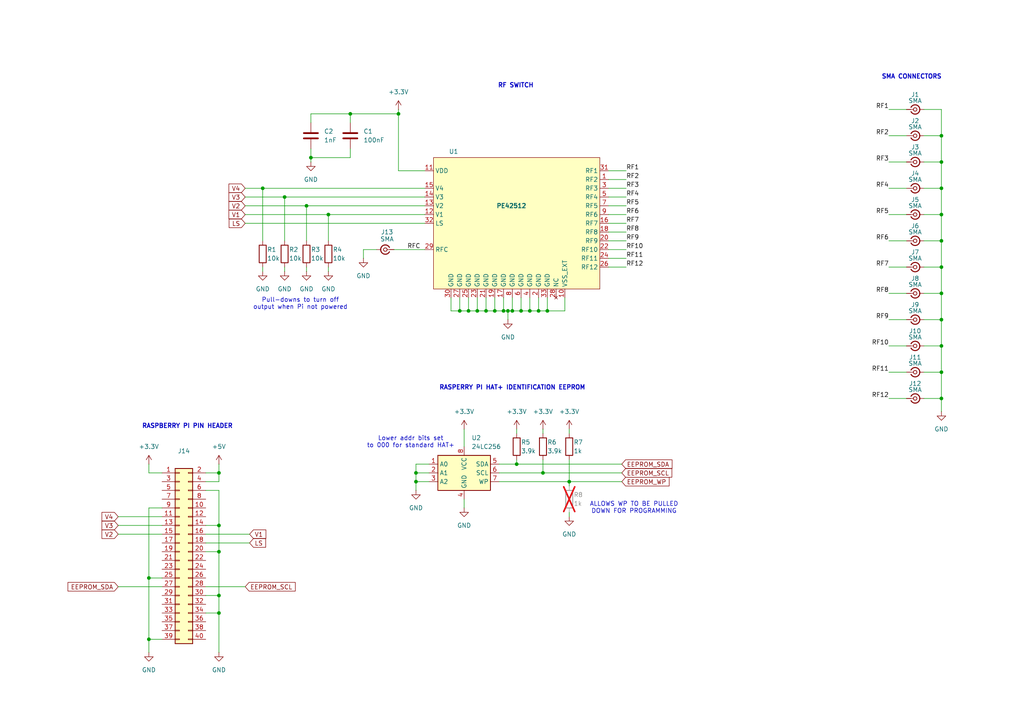
<source format=kicad_sch>
(kicad_sch (version 20250114) (generator "eeschema") (generator_version "9.0")
  (paper "A4")
  (lib_symbols
    (symbol "Connector:Conn_Coaxial_Small" (pin_numbers (hide yes)) (pin_names (offset 1.016) (hide yes))
      (property "Reference" "J" (at 0.254 3.048 0))
      (property "Value" "Conn_Coaxial_Small" (at 0 -3.81 0))
      (symbol "Conn_Coaxial_Small_0_1"
        (polyline (pts (xy -2.54 0) (xy -0.508 0)))
        (circle (center 0 0) (radius 0.508) (stroke (width 0.2032)))
      )
      (symbol "Conn_Coaxial_Small_1_1"
        (arc (start 1.3484 0.0039) (mid 0.327 -1.308) (end -1.1916 -0.6311) (stroke (width 0.3048)))
        (arc (start -1.1916 0.6311) (mid 0.327 1.3081) (end 1.3484 -0.0039) (stroke (width 0.3048)))
        (pin passive line (at -2.54 0 0) (length 1.27) (name "In") (number "1"))
        (pin passive line (at 2.54 0 180) (length 1.27) (name "Ext") (number "2"))
      )
    )
    (symbol "Connector_Generic:Conn_02x20_Odd_Even" (pin_names (offset 1.016) (hide yes))
      (property "Reference" "J" (at 1.27 25.4 0))
      (property "Value" "Conn_02x20_Odd_Even" (at 1.27 -27.94 0))
      (symbol "Conn_02x20_Odd_Even_1_1"
        (rectangle (start -1.27 24.13) (end 3.81 -26.67) (stroke (width 0.254)) (fill (type background)))
        (rectangle (start -1.27 22.987) (end 0 22.733) (stroke (width 0.1524)))
        (rectangle (start -1.27 20.447) (end 0 20.193) (stroke (width 0.1524)))
        (rectangle (start -1.27 17.907) (end 0 17.653) (stroke (width 0.1524)))
        (rectangle (start -1.27 15.367) (end 0 15.113) (stroke (width 0.1524)))
        (rectangle (start -1.27 12.827) (end 0 12.573) (stroke (width 0.1524)))
        (rectangle (start -1.27 10.287) (end 0 10.033) (stroke (width 0.1524)))
        (rectangle (start -1.27 7.747) (end 0 7.493) (stroke (width 0.1524)))
        (rectangle (start -1.27 5.207) (end 0 4.953) (stroke (width 0.1524)))
        (rectangle (start -1.27 2.667) (end 0 2.413) (stroke (width 0.1524)))
        (rectangle (start -1.27 0.127) (end 0 -0.127) (stroke (width 0.1524)))
        (rectangle (start -1.27 -2.413) (end 0 -2.667) (stroke (width 0.1524)))
        (rectangle (start -1.27 -4.953) (end 0 -5.207) (stroke (width 0.1524)))
        (rectangle (start -1.27 -7.493) (end 0 -7.747) (stroke (width 0.1524)))
        (rectangle (start -1.27 -10.033) (end 0 -10.287) (stroke (width 0.1524)))
        (rectangle (start -1.27 -12.573) (end 0 -12.827) (stroke (width 0.1524)))
        (rectangle (start -1.27 -15.113) (end 0 -15.367) (stroke (width 0.1524)))
        (rectangle (start -1.27 -17.653) (end 0 -17.907) (stroke (width 0.1524)))
        (rectangle (start -1.27 -20.193) (end 0 -20.447) (stroke (width 0.1524)))
        (rectangle (start -1.27 -22.733) (end 0 -22.987) (stroke (width 0.1524)))
        (rectangle (start -1.27 -25.273) (end 0 -25.527) (stroke (width 0.1524)))
        (rectangle (start 3.81 22.987) (end 2.54 22.733) (stroke (width 0.1524)))
        (rectangle (start 3.81 20.447) (end 2.54 20.193) (stroke (width 0.1524)))
        (rectangle (start 3.81 17.907) (end 2.54 17.653) (stroke (width 0.1524)))
        (rectangle (start 3.81 15.367) (end 2.54 15.113) (stroke (width 0.1524)))
        (rectangle (start 3.81 12.827) (end 2.54 12.573) (stroke (width 0.1524)))
        (rectangle (start 3.81 10.287) (end 2.54 10.033) (stroke (width 0.1524)))
        (rectangle (start 3.81 7.747) (end 2.54 7.493) (stroke (width 0.1524)))
        (rectangle (start 3.81 5.207) (end 2.54 4.953) (stroke (width 0.1524)))
        (rectangle (start 3.81 2.667) (end 2.54 2.413) (stroke (width 0.1524)))
        (rectangle (start 3.81 0.127) (end 2.54 -0.127) (stroke (width 0.1524)))
        (rectangle (start 3.81 -2.413) (end 2.54 -2.667) (stroke (width 0.1524)))
        (rectangle (start 3.81 -4.953) (end 2.54 -5.207) (stroke (width 0.1524)))
        (rectangle (start 3.81 -7.493) (end 2.54 -7.747) (stroke (width 0.1524)))
        (rectangle (start 3.81 -10.033) (end 2.54 -10.287) (stroke (width 0.1524)))
        (rectangle (start 3.81 -12.573) (end 2.54 -12.827) (stroke (width 0.1524)))
        (rectangle (start 3.81 -15.113) (end 2.54 -15.367) (stroke (width 0.1524)))
        (rectangle (start 3.81 -17.653) (end 2.54 -17.907) (stroke (width 0.1524)))
        (rectangle (start 3.81 -20.193) (end 2.54 -20.447) (stroke (width 0.1524)))
        (rectangle (start 3.81 -22.733) (end 2.54 -22.987) (stroke (width 0.1524)))
        (rectangle (start 3.81 -25.273) (end 2.54 -25.527) (stroke (width 0.1524)))
        (pin passive line (at -5.08 22.86 0) (length 3.81) (name "Pin_1") (number "1"))
        (pin passive line (at -5.08 20.32 0) (length 3.81) (name "Pin_3") (number "3"))
        (pin passive line (at -5.08 17.78 0) (length 3.81) (name "Pin_5") (number "5"))
        (pin passive line (at -5.08 15.24 0) (length 3.81) (name "Pin_7") (number "7"))
        (pin passive line (at -5.08 12.7 0) (length 3.81) (name "Pin_9") (number "9"))
        (pin passive line (at -5.08 10.16 0) (length 3.81) (name "Pin_11") (number "11"))
        (pin passive line (at -5.08 7.62 0) (length 3.81) (name "Pin_13") (number "13"))
        (pin passive line (at -5.08 5.08 0) (length 3.81) (name "Pin_15") (number "15"))
        (pin passive line (at -5.08 2.54 0) (length 3.81) (name "Pin_17") (number "17"))
        (pin passive line (at -5.08 0 0) (length 3.81) (name "Pin_19") (number "19"))
        (pin passive line (at -5.08 -2.54 0) (length 3.81) (name "Pin_21") (number "21"))
        (pin passive line (at -5.08 -5.08 0) (length 3.81) (name "Pin_23") (number "23"))
        (pin passive line (at -5.08 -7.62 0) (length 3.81) (name "Pin_25") (number "25"))
        (pin passive line (at -5.08 -10.16 0) (length 3.81) (name "Pin_27") (number "27"))
        (pin passive line (at -5.08 -12.7 0) (length 3.81) (name "Pin_29") (number "29"))
        (pin passive line (at -5.08 -15.24 0) (length 3.81) (name "Pin_31") (number "31"))
        (pin passive line (at -5.08 -17.78 0) (length 3.81) (name "Pin_33") (number "33"))
        (pin passive line (at -5.08 -20.32 0) (length 3.81) (name "Pin_35") (number "35"))
        (pin passive line (at -5.08 -22.86 0) (length 3.81) (name "Pin_37") (number "37"))
        (pin passive line (at -5.08 -25.4 0) (length 3.81) (name "Pin_39") (number "39"))
        (pin passive line (at 7.62 22.86 180) (length 3.81) (name "Pin_2") (number "2"))
        (pin passive line (at 7.62 20.32 180) (length 3.81) (name "Pin_4") (number "4"))
        (pin passive line (at 7.62 17.78 180) (length 3.81) (name "Pin_6") (number "6"))
        (pin passive line (at 7.62 15.24 180) (length 3.81) (name "Pin_8") (number "8"))
        (pin passive line (at 7.62 12.7 180) (length 3.81) (name "Pin_10") (number "10"))
        (pin passive line (at 7.62 10.16 180) (length 3.81) (name "Pin_12") (number "12"))
        (pin passive line (at 7.62 7.62 180) (length 3.81) (name "Pin_14") (number "14"))
        (pin passive line (at 7.62 5.08 180) (length 3.81) (name "Pin_16") (number "16"))
        (pin passive line (at 7.62 2.54 180) (length 3.81) (name "Pin_18") (number "18"))
        (pin passive line (at 7.62 0 180) (length 3.81) (name "Pin_20") (number "20"))
        (pin passive line (at 7.62 -2.54 180) (length 3.81) (name "Pin_22") (number "22"))
        (pin passive line (at 7.62 -5.08 180) (length 3.81) (name "Pin_24") (number "24"))
        (pin passive line (at 7.62 -7.62 180) (length 3.81) (name "Pin_26") (number "26"))
        (pin passive line (at 7.62 -10.16 180) (length 3.81) (name "Pin_28") (number "28"))
        (pin passive line (at 7.62 -12.7 180) (length 3.81) (name "Pin_30") (number "30"))
        (pin passive line (at 7.62 -15.24 180) (length 3.81) (name "Pin_32") (number "32"))
        (pin passive line (at 7.62 -17.78 180) (length 3.81) (name "Pin_34") (number "34"))
        (pin passive line (at 7.62 -20.32 180) (length 3.81) (name "Pin_36") (number "36"))
        (pin passive line (at 7.62 -22.86 180) (length 3.81) (name "Pin_38") (number "38"))
        (pin passive line (at 7.62 -25.4 180) (length 3.81) (name "Pin_40") (number "40"))
      )
    )
    (symbol "Device:C" (pin_numbers (hide yes)) (pin_names (offset 0.254))
      (property "Reference" "C" (at 0.635 2.54 0))
      (property "Value" "C" (at 0.635 -2.54 0))
      (symbol "C_0_1"
        (polyline (pts (xy -2.032 0.762) (xy 2.032 0.762)) (stroke (width 0.508)))
        (polyline (pts (xy -2.032 -0.762) (xy 2.032 -0.762)) (stroke (width 0.508)))
      )
      (symbol "C_1_1"
        (pin passive line (at 0 3.81 270) (length 2.794) (name "~") (number "1"))
        (pin passive line (at 0 -3.81 90) (length 2.794) (name "~") (number "2"))
      )
    )
    (symbol "Device:R" (pin_numbers (hide yes)) (pin_names (offset 0))
      (property "Reference" "R" (at 2.032 0 90))
      (property "Value" "R" (at 0 0 90))
      (symbol "R_0_1"
        (rectangle (start -1.016 -2.54) (end 1.016 2.54) (stroke (width 0.254)))
      )
      (symbol "R_1_1"
        (pin passive line (at 0 3.81 270) (length 1.27) (name "~") (number "1"))
        (pin passive line (at 0 -3.81 90) (length 1.27) (name "~") (number "2"))
      )
    )
    (symbol "Memory_EEPROM:24LC256"
      (property "Reference" "U" (at -6.35 6.35 0))
      (property "Value" "24LC256" (at 1.27 6.35 0))
      (symbol "24LC256_1_1"
        (rectangle (start -7.62 5.08) (end 7.62 -5.08) (stroke (width 0.254)) (fill (type background)))
        (pin input line (at -10.16 2.54 0) (length 2.54) (name "A0") (number "1"))
        (pin input line (at -10.16 0 0) (length 2.54) (name "A1") (number "2"))
        (pin input line (at -10.16 -2.54 0) (length 2.54) (name "A2") (number "3"))
        (pin power_in line (at 0 7.62 270) (length 2.54) (name "VCC") (number "8"))
        (pin power_in line (at 0 -7.62 90) (length 2.54) (name "GND") (number "4"))
        (pin bidirectional line (at 10.16 2.54 180) (length 2.54) (name "SDA") (number "5"))
        (pin input line (at 10.16 0 180) (length 2.54) (name "SCL") (number "6"))
        (pin input line (at 10.16 -2.54 180) (length 2.54) (name "WP") (number "7"))
      )
    )
    (symbol "power:+3.3V" (power) (pin_numbers (hide yes)) (pin_names (offset 0) (hide yes))
      (property "Value" "+3.3V" (at 0 3.556 0))
      (symbol "+3.3V_0_1"
        (polyline (pts (xy -0.762 1.27) (xy 0 2.54)))
        (polyline (pts (xy 0 2.54) (xy 0.762 1.27)))
        (polyline (pts (xy 0 0) (xy 0 2.54)))
      )
      (symbol "+3.3V_1_1"
        (pin power_in line (at 0 0 90) (length 0) (name "~") (number "1"))
      )
    )
    (symbol "power:+5V" (power) (pin_numbers (hide yes)) (pin_names (offset 0) (hide yes))
      (property "Value" "+5V" (at 0 3.556 0))
      (symbol "+5V_0_1"
        (polyline (pts (xy -0.762 1.27) (xy 0 2.54)))
        (polyline (pts (xy 0 2.54) (xy 0.762 1.27)))
        (polyline (pts (xy 0 0) (xy 0 2.54)))
      )
      (symbol "+5V_1_1"
        (pin power_in line (at 0 0 90) (length 0) (name "~") (number "1"))
      )
    )
    (symbol "power:GND" (power) (pin_numbers (hide yes)) (pin_names (offset 0) (hide yes))
      (property "Value" "GND" (at 0 -3.81 0))
      (symbol "GND_0_1"
        (polyline (pts (xy 0 0) (xy 0 -1.27) (xy 1.27 -1.27) (xy 0 -2.54) (xy -1.27 -1.27) (xy 0 -1.27)))
      )
      (symbol "GND_1_1"
        (pin power_in line (at 0 0 270) (length 0) (name "~") (number "1"))
      )
    )
    (symbol "rf_switch:PE42512"
      (property "Reference" "U" (at -19.812 17.78 0))
      (property "Value" "PE42512" (at 0.254 -4.064 0))
      (symbol "PE42512_0_0"
        (pin power_in line (at -25.4 10.16 0) (length 2.54) (name "VDD") (number "11"))
        (pin input line (at -25.4 5.08 0) (length 2.54) (name "V4") (number "15"))
        (pin input line (at -25.4 2.54 0) (length 2.54) (name "V3") (number "14"))
        (pin input line (at -25.4 0 0) (length 2.54) (name "V2") (number "13"))
        (pin input line (at -25.4 -2.54 0) (length 2.54) (name "V1") (number "12"))
        (pin input line (at -25.4 -5.08 0) (length 2.54) (name "LS") (number "32"))
        (pin bidirectional line (at -25.4 -12.7 0) (length 2.54) (name "RFC") (number "29"))
        (pin power_in line (at -17.78 -26.67 90) (length 2.54) (name "GND") (number "30"))
        (pin power_in line (at -15.24 -26.67 90) (length 2.54) (name "GND") (number "27"))
        (pin power_in line (at -12.7 -26.67 90) (length 2.54) (name "GND") (number "25"))
        (pin power_in line (at -10.16 -26.67 90) (length 2.54) (name "GND") (number "23"))
        (pin power_in line (at -7.62 -26.67 90) (length 2.54) (name "GND") (number "21"))
        (pin power_in line (at -5.08 -26.67 90) (length 2.54) (name "GND") (number "19"))
        (pin power_in line (at -2.54 -26.67 90) (length 2.54) (name "GND") (number "17"))
        (pin power_in line (at 0 -26.67 90) (length 2.54) (name "GND") (number "8"))
        (pin power_in line (at 2.54 -26.67 90) (length 2.54) (name "GND") (number "6"))
        (pin power_in line (at 5.08 -26.67 90) (length 2.54) (name "GND") (number "4"))
        (pin power_in line (at 7.62 -26.67 90) (length 2.54) (name "GND") (number "2"))
        (pin no_connect line (at 12.7 -26.67 90) (length 2.54) (name "NC") (number "28"))
        (pin power_in line (at 15.24 -26.67 90) (length 2.54) (name "VSS_EXT") (number "10"))
        (pin bidirectional line (at 27.94 10.16 180) (length 2.54) (name "RF1") (number "31"))
        (pin bidirectional line (at 27.94 7.62 180) (length 2.54) (name "RF2") (number "1"))
        (pin bidirectional line (at 27.94 5.08 180) (length 2.54) (name "RF3") (number "3"))
        (pin bidirectional line (at 27.94 2.54 180) (length 2.54) (name "RF4") (number "5"))
        (pin bidirectional line (at 27.94 0 180) (length 2.54) (name "RF5") (number "7"))
        (pin bidirectional line (at 27.94 -2.54 180) (length 2.54) (name "RF6") (number "9"))
        (pin bidirectional line (at 27.94 -5.08 180) (length 2.54) (name "RF7") (number "16"))
        (pin bidirectional line (at 27.94 -7.62 180) (length 2.54) (name "RF8") (number "18"))
        (pin bidirectional line (at 27.94 -10.16 180) (length 2.54) (name "RF9") (number "20"))
        (pin bidirectional line (at 27.94 -12.7 180) (length 2.54) (name "RF10") (number "22"))
        (pin bidirectional line (at 27.94 -15.24 180) (length 2.54) (name "RF11") (number "24"))
        (pin bidirectional line (at 27.94 -17.78 180) (length 2.54) (name "RF12") (number "26"))
      )
      (symbol "PE42512_1_0"
        (pin power_in line (at 10.16 -26.67 90) (length 2.54) (name "GND") (number "33"))
      )
      (symbol "PE42512_1_1"
        (rectangle (start -22.86 13.97) (end 25.4 -24.13) (fill (type background)))
      )
    )
  )
  (text "ALLOWS WP TO BE PULLED\nDOWN FOR PROGRAMMING" (at 183.896 147.32 0) (effects (font (size 1.27 1.27))))
  (text "RASPERRY PI HAT+ IDENTIFICATION EEPROM" (at 148.59 112.522 0) (effects (font (size 1.27 1.27) (thickness 0.254) (bold yes))))
  (text "Lower addr bits set\nto 000 for standard HAT+" (at 119.126 128.27 0) (effects (font (size 1.27 1.27))))
  (text "SMA CONNECTORS" (at 264.414 22.352 0) (effects (font (size 1.27 1.27) (thickness 0.254) (bold yes))))
  (text "RF SWITCH" (at 149.606 24.892 0) (effects (font (size 1.27 1.27) (thickness 0.254) (bold yes))))
  (text "Pull-downs to turn off\noutput when Pi not powered" (at 87.122 88.138 0) (effects (font (size 1.27 1.27))))
  (text "RASPBERRY PI PIN HEADER" (at 54.356 123.698 0) (effects (font (size 1.27 1.27) (thickness 0.254) (bold yes))))
  (junction (at 165.1 139.7))
  (junction (at 63.5 172.72))
  (junction (at 120.65 139.7))
  (junction (at 140.97 90.17))
  (junction (at 149.86 134.62))
  (junction (at 273.05 77.47))
  (junction (at 115.57 33.02))
  (junction (at 273.05 115.57))
  (junction (at 82.55 57.15))
  (junction (at 143.51 90.17))
  (junction (at 273.05 100.33))
  (junction (at 151.13 90.17))
  (junction (at 146.05 90.17))
  (junction (at 63.5 160.02))
  (junction (at 133.35 90.17))
  (junction (at 43.18 185.42))
  (junction (at 120.65 137.16))
  (junction (at 135.89 90.17))
  (junction (at 147.32 90.17))
  (junction (at 63.5 137.16))
  (junction (at 43.18 167.64))
  (junction (at 157.48 137.16))
  (junction (at 153.67 90.17))
  (junction (at 63.5 177.8))
  (junction (at 273.05 46.99))
  (junction (at 63.5 152.4))
  (junction (at 273.05 39.37))
  (junction (at 273.05 62.23))
  (junction (at 148.59 90.17))
  (junction (at 273.05 107.95))
  (junction (at 273.05 92.71))
  (junction (at 158.75 90.17))
  (junction (at 95.25 62.23))
  (junction (at 273.05 69.85))
  (junction (at 76.2 54.61))
  (junction (at 88.9 59.69))
  (junction (at 101.6 33.02))
  (junction (at 90.17 45.72))
  (junction (at 156.21 90.17))
  (junction (at 273.05 54.61))
  (junction (at 273.05 85.09))
  (junction (at 138.43 90.17))
  (wire (pts (xy 59.69 177.8) (xy 63.5 177.8)))
  (wire (pts (xy 115.57 33.02) (xy 115.57 49.53)))
  (wire (pts (xy 273.05 100.33) (xy 273.05 92.71)))
  (wire (pts (xy 267.97 54.61) (xy 273.05 54.61)))
  (wire (pts (xy 140.97 86.36) (xy 140.97 90.17)))
  (wire (pts (xy 76.2 77.47) (xy 76.2 78.74)))
  (wire (pts (xy 176.53 77.47) (xy 181.61 77.47)))
  (wire (pts (xy 158.75 90.17) (xy 163.83 90.17)))
  (wire (pts (xy 46.99 137.16) (xy 43.18 137.16)))
  (wire (pts (xy 115.57 31.75) (xy 115.57 33.02)))
  (wire (pts (xy 43.18 167.64) (xy 43.18 185.42)))
  (wire (pts (xy 267.97 92.71) (xy 273.05 92.71)))
  (wire (pts (xy 257.81 62.23) (xy 262.89 62.23)))
  (wire (pts (xy 267.97 115.57) (xy 273.05 115.57)))
  (wire (pts (xy 267.97 69.85) (xy 273.05 69.85)))
  (wire (pts (xy 34.29 154.94) (xy 46.99 154.94)))
  (wire (pts (xy 90.17 33.02) (xy 101.6 33.02)))
  (wire (pts (xy 43.18 167.64) (xy 46.99 167.64)))
  (wire (pts (xy 257.81 107.95) (xy 262.89 107.95)))
  (wire (pts (xy 273.05 54.61) (xy 273.05 46.99)))
  (wire (pts (xy 130.81 90.17) (xy 133.35 90.17)))
  (wire (pts (xy 88.9 59.69) (xy 88.9 69.85)))
  (wire (pts (xy 43.18 147.32) (xy 43.18 167.64)))
  (wire (pts (xy 257.81 92.71) (xy 262.89 92.71)))
  (wire (pts (xy 157.48 137.16) (xy 180.34 137.16)))
  (wire (pts (xy 34.29 152.4) (xy 46.99 152.4)))
  (wire (pts (xy 34.29 170.18) (xy 46.99 170.18)))
  (wire (pts (xy 95.25 62.23) (xy 95.25 69.85)))
  (wire (pts (xy 88.9 77.47) (xy 88.9 78.74)))
  (wire (pts (xy 133.35 86.36) (xy 133.35 90.17)))
  (wire (pts (xy 148.59 90.17) (xy 151.13 90.17)))
  (wire (pts (xy 144.78 139.7) (xy 165.1 139.7)))
  (wire (pts (xy 95.25 77.47) (xy 95.25 78.74)))
  (wire (pts (xy 63.5 139.7) (xy 63.5 137.16)))
  (wire (pts (xy 143.51 90.17) (xy 146.05 90.17)))
  (wire (pts (xy 120.65 137.16) (xy 124.46 137.16)))
  (wire (pts (xy 63.5 152.4) (xy 63.5 160.02)))
  (wire (pts (xy 267.97 39.37) (xy 273.05 39.37)))
  (wire (pts (xy 158.75 86.36) (xy 158.75 90.17)))
  (wire (pts (xy 130.81 86.36) (xy 130.81 90.17)))
  (wire (pts (xy 72.39 157.48) (xy 59.69 157.48)))
  (wire (pts (xy 273.05 39.37) (xy 273.05 31.75)))
  (wire (pts (xy 135.89 90.17) (xy 138.43 90.17)))
  (wire (pts (xy 149.86 133.35) (xy 149.86 134.62)))
  (wire (pts (xy 165.1 139.7) (xy 165.1 140.97)))
  (wire (pts (xy 165.1 148.59) (xy 165.1 149.86)))
  (wire (pts (xy 257.81 77.47) (xy 262.89 77.47)))
  (wire (pts (xy 101.6 33.02) (xy 101.6 35.56)))
  (wire (pts (xy 163.83 90.17) (xy 163.83 86.36)))
  (wire (pts (xy 273.05 85.09) (xy 273.05 77.47)))
  (wire (pts (xy 138.43 90.17) (xy 140.97 90.17)))
  (wire (pts (xy 165.1 124.46) (xy 165.1 125.73)))
  (wire (pts (xy 63.5 160.02) (xy 63.5 172.72)))
  (wire (pts (xy 114.3 72.39) (xy 123.19 72.39)))
  (wire (pts (xy 135.89 86.36) (xy 135.89 90.17)))
  (wire (pts (xy 115.57 49.53) (xy 123.19 49.53)))
  (wire (pts (xy 176.53 67.31) (xy 181.61 67.31)))
  (wire (pts (xy 148.59 86.36) (xy 148.59 90.17)))
  (wire (pts (xy 257.81 115.57) (xy 262.89 115.57)))
  (wire (pts (xy 90.17 43.18) (xy 90.17 45.72)))
  (wire (pts (xy 165.1 139.7) (xy 180.34 139.7)))
  (wire (pts (xy 267.97 107.95) (xy 273.05 107.95)))
  (wire (pts (xy 82.55 57.15) (xy 82.55 69.85)))
  (wire (pts (xy 267.97 85.09) (xy 273.05 85.09)))
  (wire (pts (xy 71.12 57.15) (xy 82.55 57.15)))
  (wire (pts (xy 105.41 72.39) (xy 109.22 72.39)))
  (wire (pts (xy 273.05 119.38) (xy 273.05 115.57)))
  (wire (pts (xy 176.53 62.23) (xy 181.61 62.23)))
  (wire (pts (xy 176.53 49.53) (xy 181.61 49.53)))
  (wire (pts (xy 257.81 39.37) (xy 262.89 39.37)))
  (wire (pts (xy 273.05 92.71) (xy 273.05 85.09)))
  (wire (pts (xy 176.53 74.93) (xy 181.61 74.93)))
  (wire (pts (xy 146.05 86.36) (xy 146.05 90.17)))
  (wire (pts (xy 153.67 86.36) (xy 153.67 90.17)))
  (wire (pts (xy 34.29 149.86) (xy 46.99 149.86)))
  (wire (pts (xy 151.13 86.36) (xy 151.13 90.17)))
  (wire (pts (xy 273.05 77.47) (xy 273.05 69.85)))
  (wire (pts (xy 90.17 35.56) (xy 90.17 33.02)))
  (wire (pts (xy 267.97 46.99) (xy 273.05 46.99)))
  (wire (pts (xy 267.97 77.47) (xy 273.05 77.47)))
  (wire (pts (xy 149.86 124.46) (xy 149.86 125.73)))
  (wire (pts (xy 134.62 144.78) (xy 134.62 147.32)))
  (wire (pts (xy 273.05 69.85) (xy 273.05 62.23)))
  (wire (pts (xy 156.21 86.36) (xy 156.21 90.17)))
  (wire (pts (xy 46.99 147.32) (xy 43.18 147.32)))
  (wire (pts (xy 88.9 59.69) (xy 123.19 59.69)))
  (wire (pts (xy 59.69 172.72) (xy 63.5 172.72)))
  (wire (pts (xy 63.5 177.8) (xy 63.5 189.23)))
  (wire (pts (xy 71.12 62.23) (xy 95.25 62.23)))
  (wire (pts (xy 120.65 137.16) (xy 120.65 134.62)))
  (wire (pts (xy 157.48 133.35) (xy 157.48 137.16)))
  (wire (pts (xy 257.81 46.99) (xy 262.89 46.99)))
  (wire (pts (xy 59.69 139.7) (xy 63.5 139.7)))
  (wire (pts (xy 176.53 52.07) (xy 181.61 52.07)))
  (wire (pts (xy 147.32 90.17) (xy 147.32 92.71)))
  (wire (pts (xy 71.12 54.61) (xy 76.2 54.61)))
  (wire (pts (xy 257.81 100.33) (xy 262.89 100.33)))
  (wire (pts (xy 149.86 134.62) (xy 180.34 134.62)))
  (wire (pts (xy 43.18 189.23) (xy 43.18 185.42)))
  (wire (pts (xy 165.1 133.35) (xy 165.1 139.7)))
  (wire (pts (xy 176.53 54.61) (xy 181.61 54.61)))
  (wire (pts (xy 59.69 152.4) (xy 63.5 152.4)))
  (wire (pts (xy 257.81 54.61) (xy 262.89 54.61)))
  (wire (pts (xy 59.69 142.24) (xy 63.5 142.24)))
  (wire (pts (xy 176.53 57.15) (xy 181.61 57.15)))
  (wire (pts (xy 257.81 69.85) (xy 262.89 69.85)))
  (wire (pts (xy 176.53 72.39) (xy 181.61 72.39)))
  (wire (pts (xy 273.05 31.75) (xy 267.97 31.75)))
  (wire (pts (xy 76.2 54.61) (xy 123.19 54.61)))
  (wire (pts (xy 176.53 64.77) (xy 181.61 64.77)))
  (wire (pts (xy 59.69 170.18) (xy 71.12 170.18)))
  (wire (pts (xy 120.65 139.7) (xy 120.65 137.16)))
  (wire (pts (xy 153.67 90.17) (xy 156.21 90.17)))
  (wire (pts (xy 273.05 46.99) (xy 273.05 39.37)))
  (wire (pts (xy 273.05 62.23) (xy 273.05 54.61)))
  (wire (pts (xy 257.81 31.75) (xy 262.89 31.75)))
  (wire (pts (xy 257.81 85.09) (xy 262.89 85.09)))
  (wire (pts (xy 101.6 33.02) (xy 115.57 33.02)))
  (wire (pts (xy 82.55 77.47) (xy 82.55 78.74)))
  (wire (pts (xy 71.12 59.69) (xy 88.9 59.69)))
  (wire (pts (xy 176.53 69.85) (xy 181.61 69.85)))
  (wire (pts (xy 273.05 115.57) (xy 273.05 107.95)))
  (wire (pts (xy 120.65 139.7) (xy 124.46 139.7)))
  (wire (pts (xy 156.21 90.17) (xy 158.75 90.17)))
  (wire (pts (xy 151.13 90.17) (xy 153.67 90.17)))
  (wire (pts (xy 138.43 86.36) (xy 138.43 90.17)))
  (wire (pts (xy 133.35 90.17) (xy 135.89 90.17)))
  (wire (pts (xy 157.48 124.46) (xy 157.48 125.73)))
  (wire (pts (xy 63.5 142.24) (xy 63.5 152.4)))
  (wire (pts (xy 144.78 137.16) (xy 157.48 137.16)))
  (wire (pts (xy 59.69 137.16) (xy 63.5 137.16)))
  (wire (pts (xy 120.65 134.62) (xy 124.46 134.62)))
  (wire (pts (xy 90.17 46.99) (xy 90.17 45.72)))
  (wire (pts (xy 72.39 154.94) (xy 59.69 154.94)))
  (wire (pts (xy 176.53 59.69) (xy 181.61 59.69)))
  (wire (pts (xy 144.78 134.62) (xy 149.86 134.62)))
  (wire (pts (xy 90.17 45.72) (xy 101.6 45.72)))
  (wire (pts (xy 146.05 90.17) (xy 147.32 90.17)))
  (wire (pts (xy 71.12 64.77) (xy 123.19 64.77)))
  (wire (pts (xy 95.25 62.23) (xy 123.19 62.23)))
  (wire (pts (xy 63.5 172.72) (xy 63.5 177.8)))
  (wire (pts (xy 76.2 54.61) (xy 76.2 69.85)))
  (wire (pts (xy 63.5 137.16) (xy 63.5 134.62)))
  (wire (pts (xy 267.97 100.33) (xy 273.05 100.33)))
  (wire (pts (xy 43.18 137.16) (xy 43.18 134.62)))
  (wire (pts (xy 273.05 107.95) (xy 273.05 100.33)))
  (wire (pts (xy 59.69 160.02) (xy 63.5 160.02)))
  (wire (pts (xy 143.51 86.36) (xy 143.51 90.17)))
  (wire (pts (xy 140.97 90.17) (xy 143.51 90.17)))
  (wire (pts (xy 82.55 57.15) (xy 123.19 57.15)))
  (wire (pts (xy 267.97 62.23) (xy 273.05 62.23)))
  (wire (pts (xy 134.62 124.46) (xy 134.62 129.54)))
  (wire (pts (xy 120.65 142.24) (xy 120.65 139.7)))
  (wire (pts (xy 43.18 185.42) (xy 46.99 185.42)))
  (wire (pts (xy 101.6 43.18) (xy 101.6 45.72)))
  (wire (pts (xy 147.32 90.17) (xy 148.59 90.17)))
  (wire (pts (xy 105.41 74.93) (xy 105.41 72.39)))
  (label "RF6" (at 257.81 69.85 180))
  (label "RF2" (at 181.61 52.07 0))
  (label "RF1" (at 257.81 31.75 180))
  (label "RF12" (at 181.61 77.47 0))
  (label "RF8" (at 257.81 85.09 180))
  (label "RF2" (at 257.81 39.37 180))
  (label "RFC" (at 118.11 72.39 0))
  (label "RF4" (at 257.81 54.61 180))
  (label "RF1" (at 181.61 49.53 0))
  (label "RF4" (at 181.61 57.15 0))
  (label "RF9" (at 257.81 92.71 180))
  (label "RF5" (at 257.81 62.23 180))
  (label "RF5" (at 181.61 59.69 0))
  (label "RF6" (at 181.61 62.23 0))
  (label "RF7" (at 257.81 77.47 180))
  (label "RF11" (at 257.81 107.95 180))
  (label "RF10" (at 257.81 100.33 180))
  (label "RF12" (at 257.81 115.57 180))
  (label "RF8" (at 181.61 67.31 0))
  (label "RF3" (at 257.81 46.99 180))
  (label "RF9" (at 181.61 69.85 0))
  (label "RF3" (at 181.61 54.61 0))
  (label "RF10" (at 181.61 72.39 0))
  (label "RF7" (at 181.61 64.77 0))
  (label "RF11" (at 181.61 74.93 0))
  (global_label "V3" (shape input) (at 34.29 152.4 180) (property "Intersheetrefs" "${INTERSHEET_REFS}" (effects (hide yes))))
  (global_label "EEPROM_WP" (shape input) (at 180.34 139.7 0) (property "Intersheetrefs" "${INTERSHEET_REFS}" (effects (hide yes))))
  (global_label "V2" (shape input) (at 34.29 154.94 180) (property "Intersheetrefs" "${INTERSHEET_REFS}" (effects (hide yes))))
  (global_label "V1" (shape input) (at 71.12 62.23 180) (property "Intersheetrefs" "${INTERSHEET_REFS}" (effects (hide yes))))
  (global_label "EEPROM_SDA" (shape input) (at 34.29 170.18 180) (property "Intersheetrefs" "${INTERSHEET_REFS}" (effects (hide yes))))
  (global_label "LS" (shape input) (at 72.39 157.48 0) (property "Intersheetrefs" "${INTERSHEET_REFS}" (effects (hide yes))))
  (global_label "LS" (shape input) (at 71.12 64.77 180) (property "Intersheetrefs" "${INTERSHEET_REFS}" (effects (hide yes))))
  (global_label "V4" (shape input) (at 34.29 149.86 180) (property "Intersheetrefs" "${INTERSHEET_REFS}" (effects (hide yes))))
  (global_label "V1" (shape input) (at 72.39 154.94 0) (property "Intersheetrefs" "${INTERSHEET_REFS}" (effects (hide yes))))
  (global_label "V2" (shape input) (at 71.12 59.69 180) (property "Intersheetrefs" "${INTERSHEET_REFS}" (effects (hide yes))))
  (global_label "EEPROM_SDA" (shape input) (at 180.34 134.62 0) (property "Intersheetrefs" "${INTERSHEET_REFS}" (effects (hide yes))))
  (global_label "V4" (shape input) (at 71.12 54.61 180) (property "Intersheetrefs" "${INTERSHEET_REFS}" (effects (hide yes))))
  (global_label "EEPROM_SCL" (shape input) (at 180.34 137.16 0) (property "Intersheetrefs" "${INTERSHEET_REFS}" (effects (hide yes))))
  (global_label "V3" (shape input) (at 71.12 57.15 180) (property "Intersheetrefs" "${INTERSHEET_REFS}" (effects (hide yes))))
  (global_label "EEPROM_SCL" (shape input) (at 71.12 170.18 0) (property "Intersheetrefs" "${INTERSHEET_REFS}" (effects (hide yes))))
  (symbol (lib_id "power:+5V") (at 63.5 134.62 0) (unit 1)
    (property "Reference" "#PWR021" (effects (hide yes)))
    (property "Value" "+5V" (at 63.5 129.54 0))
    (property "Description" "Power symbol creates a global label with name \"+5V\"" (effects (hide yes)))
  )
  (symbol (lib_id "Device:R") (at 165.1 129.54 0) (unit 1)
    (property "Reference" "R7" (at 166.37 128.27 0) (effects (justify left)))
    (property "Value" "1k" (at 166.37 130.81 0) (effects (justify left)))
    (property "Footprint" "Resistor_SMD:R_0805_2012Metric" (effects (hide yes)))
    (property "Description" "Resistor" (effects (hide yes)))
  )
  (symbol (lib_id "power:GND") (at 134.62 147.32 0) (unit 1)
    (property "Reference" "#PWR013" (effects (hide yes)))
    (property "Value" "GND" (at 134.62 152.4 0))
    (property "Description" "Power symbol creates a global label with name \"GND\" , ground" (effects (hide yes)))
  )
  (symbol (lib_id "Memory_EEPROM:24LC256") (at 134.62 137.16 0) (unit 1)
    (property "Reference" "U2" (at 136.7633 127 0) (effects (justify left)))
    (property "Value" "24LC256" (at 136.7633 129.54 0) (effects (justify left)))
    (property "Footprint" "Package_DIP:DIP-8_W7.62mm" (effects (hide yes)))
    (property "Datasheet" "http://ww1.microchip.com/downloads/en/devicedoc/21203m.pdf" (effects (hide yes)))
    (property "Description" "I2C Serial EEPROM, 256Kb, DIP-8/SOIC-8/TSSOP-8/DFN-8" (effects (hide yes)))
  )
  (symbol (lib_id "Connector:Conn_Coaxial_Small") (at 265.43 85.09 0) (unit 1)
    (property "Reference" "J8" (at 265.43 80.772 0))
    (property "Value" "SMA" (at 265.43 82.55 0))
    (property "Footprint" "Connector_Coaxial:SMA_Amphenol_132289_EdgeMount" (effects (hide yes)))
    (property "Description" "small coaxial connector (BNC, SMA, SMB, SMC, Cinch/RCA, LEMO, ...)" (effects (hide yes)))
  )
  (symbol (lib_id "Connector:Conn_Coaxial_Small") (at 265.43 69.85 0) (unit 1)
    (property "Reference" "J6" (at 265.43 65.532 0))
    (property "Value" "SMA" (at 265.43 67.31 0))
    (property "Footprint" "Connector_Coaxial:SMA_Amphenol_132289_EdgeMount" (effects (hide yes)))
    (property "Description" "small coaxial connector (BNC, SMA, SMB, SMC, Cinch/RCA, LEMO, ...)" (effects (hide yes)))
  )
  (symbol (lib_id "power:+3.3V") (at 134.62 124.46 0) (unit 1)
    (property "Reference" "#PWR014" (effects (hide yes)))
    (property "Value" "+3.3V" (at 134.62 119.38 0))
    (property "Description" "Power symbol creates a global label with name \"+3.3V\"" (effects (hide yes)))
  )
  (symbol (lib_id "Device:R") (at 95.25 73.66 0) (unit 1)
    (property "Reference" "R4" (at 96.52 72.39 0) (effects (justify left)))
    (property "Value" "10k" (at 96.52 74.93 0) (effects (justify left)))
    (property "Footprint" "Resistor_SMD:R_0805_2012Metric" (effects (hide yes)))
    (property "Description" "Resistor" (effects (hide yes)))
  )
  (symbol (lib_id "Connector:Conn_Coaxial_Small") (at 265.43 31.75 0) (unit 1)
    (property "Reference" "J1" (at 265.43 27.432 0))
    (property "Value" "SMA" (at 265.43 29.21 0))
    (property "Footprint" "Connector_Coaxial:SMA_Amphenol_132289_EdgeMount" (effects (hide yes)))
    (property "Description" "small coaxial connector (BNC, SMA, SMB, SMC, Cinch/RCA, LEMO, ...)" (effects (hide yes)))
  )
  (symbol (lib_id "power:GND") (at 76.2 78.74 0) (unit 1)
    (property "Reference" "#PWR08" (effects (hide yes)))
    (property "Value" "GND" (at 76.2 83.82 0))
    (property "Description" "Power symbol creates a global label with name \"GND\" , ground" (effects (hide yes)))
  )
  (symbol (lib_id "Connector:Conn_Coaxial_Small") (at 265.43 100.33 0) (unit 1)
    (property "Reference" "J10" (at 265.43 96.012 0))
    (property "Value" "SMA" (at 265.43 97.79 0))
    (property "Footprint" "Connector_Coaxial:SMA_Amphenol_132289_EdgeMount" (effects (hide yes)))
    (property "Description" "small coaxial connector (BNC, SMA, SMB, SMC, Cinch/RCA, LEMO, ...)" (effects (hide yes)))
  )
  (symbol (lib_id "power:GND") (at 273.05 119.38 0) (unit 1)
    (property "Reference" "#PWR023" (effects (hide yes)))
    (property "Value" "GND" (at 273.05 124.46 0))
    (property "Description" "Power symbol creates a global label with name \"GND\" , ground" (effects (hide yes)))
  )
  (symbol (lib_id "Device:C") (at 101.6 39.37 0) (unit 1)
    (property "Reference" "C1" (at 105.41 38.0999 0) (effects (justify left)))
    (property "Value" "100nF" (at 105.41 40.6399 0) (effects (justify left)))
    (property "Footprint" "Capacitor_SMD:C_0805_2012Metric" (effects (hide yes)))
    (property "Description" "Unpolarized capacitor" (effects (hide yes)))
  )
  (symbol (lib_id "Connector:Conn_Coaxial_Small") (at 111.76 72.39 180) (unit 1)
    (property "Reference" "J13" (at 112.268 67.31 0))
    (property "Value" "SMA" (at 112.268 69.342 0))
    (property "Footprint" "Connector_Coaxial:SMA_Amphenol_132289_EdgeMount" (effects (hide yes)))
    (property "Description" "small coaxial connector (BNC, SMA, SMB, SMC, Cinch/RCA, LEMO, ...)" (effects (hide yes)))
  )
  (symbol (lib_id "Connector:Conn_Coaxial_Small") (at 265.43 62.23 0) (unit 1)
    (property "Reference" "J5" (at 265.43 57.912 0))
    (property "Value" "SMA" (at 265.43 59.69 0))
    (property "Footprint" "Connector_Coaxial:SMA_Amphenol_132289_EdgeMount" (effects (hide yes)))
    (property "Description" "small coaxial connector (BNC, SMA, SMB, SMC, Cinch/RCA, LEMO, ...)" (effects (hide yes)))
  )
  (symbol (lib_id "power:+3.3V") (at 157.48 124.46 0) (unit 1)
    (property "Reference" "#PWR016" (effects (hide yes)))
    (property "Value" "+3.3V" (at 157.48 119.38 0))
    (property "Description" "Power symbol creates a global label with name \"+3.3V\"" (effects (hide yes)))
  )
  (symbol (lib_id "power:+3.3V") (at 165.1 124.46 0) (unit 1)
    (property "Reference" "#PWR017" (effects (hide yes)))
    (property "Value" "+3.3V" (at 165.1 119.38 0))
    (property "Description" "Power symbol creates a global label with name \"+3.3V\"" (effects (hide yes)))
  )
  (symbol (lib_id "Connector:Conn_Coaxial_Small") (at 265.43 46.99 0) (unit 1)
    (property "Reference" "J3" (at 265.43 42.672 0))
    (property "Value" "SMA" (at 265.43 44.45 0))
    (property "Footprint" "Connector_Coaxial:SMA_Amphenol_132289_EdgeMount" (effects (hide yes)))
    (property "Description" "small coaxial connector (BNC, SMA, SMB, SMC, Cinch/RCA, LEMO, ...)" (effects (hide yes)))
  )
  (symbol (lib_id "power:GND") (at 105.41 74.93 0) (unit 1)
    (property "Reference" "#PWR05" (effects (hide yes)))
    (property "Value" "GND" (at 105.41 80.01 0))
    (property "Description" "Power symbol creates a global label with name \"GND\" , ground" (effects (hide yes)))
  )
  (symbol (lib_id "Device:R") (at 157.48 129.54 0) (unit 1)
    (property "Reference" "R6" (at 158.75 128.27 0) (effects (justify left)))
    (property "Value" "3.9k" (at 158.75 130.81 0) (effects (justify left)))
    (property "Footprint" "Resistor_SMD:R_0805_2012Metric" (effects (hide yes)))
    (property "Description" "Resistor" (effects (hide yes)))
  )
  (symbol (lib_id "Device:C") (at 90.17 39.37 0) (unit 1)
    (property "Reference" "C2" (at 93.98 38.0999 0) (effects (justify left)))
    (property "Value" "1nF" (at 93.98 40.6399 0) (effects (justify left)))
    (property "Footprint" "Capacitor_SMD:C_0805_2012Metric" (effects (hide yes)))
    (property "Description" "Unpolarized capacitor" (effects (hide yes)))
  )
  (symbol (lib_id "power:+3.3V") (at 43.18 134.62 0) (unit 1)
    (property "Reference" "#PWR022" (effects (hide yes)))
    (property "Value" "+3.3V" (at 43.18 129.54 0))
    (property "Description" "Power symbol creates a global label with name \"+3.3V\"" (effects (hide yes)))
  )
  (symbol (lib_id "Connector:Conn_Coaxial_Small") (at 265.43 39.37 0) (unit 1)
    (property "Reference" "J2" (at 265.43 35.052 0))
    (property "Value" "SMA" (at 265.43 36.83 0))
    (property "Footprint" "Connector_Coaxial:SMA_Amphenol_132289_EdgeMount" (effects (hide yes)))
    (property "Description" "small coaxial connector (BNC, SMA, SMB, SMC, Cinch/RCA, LEMO, ...)" (effects (hide yes)))
  )
  (symbol (lib_id "power:GND") (at 165.1 149.86 0) (unit 1)
    (property "Reference" "#PWR018" (effects (hide yes)))
    (property "Value" "GND" (at 165.1 154.94 0))
    (property "Description" "Power symbol creates a global label with name \"GND\" , ground" (effects (hide yes)))
  )
  (symbol (lib_id "power:GND") (at 95.25 78.74 0) (unit 1)
    (property "Reference" "#PWR011" (effects (hide yes)))
    (property "Value" "GND" (at 95.25 83.82 0))
    (property "Description" "Power symbol creates a global label with name \"GND\" , ground" (effects (hide yes)))
  )
  (symbol (lib_id "power:GND") (at 43.18 189.23 0) (unit 1)
    (property "Reference" "#PWR020" (effects (hide yes)))
    (property "Value" "GND" (at 43.18 194.31 0))
    (property "Description" "Power symbol creates a global label with name \"GND\" , ground" (effects (hide yes)))
  )
  (symbol (lib_id "Connector:Conn_Coaxial_Small") (at 265.43 92.71 0) (unit 1)
    (property "Reference" "J9" (at 265.43 88.392 0))
    (property "Value" "SMA" (at 265.43 90.17 0))
    (property "Footprint" "Connector_Coaxial:SMA_Amphenol_132289_EdgeMount" (effects (hide yes)))
    (property "Description" "small coaxial connector (BNC, SMA, SMB, SMC, Cinch/RCA, LEMO, ...)" (effects (hide yes)))
  )
  (symbol (lib_id "Connector:Conn_Coaxial_Small") (at 265.43 115.57 0) (unit 1)
    (property "Reference" "J12" (at 265.43 111.252 0))
    (property "Value" "SMA" (at 265.43 113.03 0))
    (property "Footprint" "Connector_Coaxial:SMA_Amphenol_132289_EdgeMount" (effects (hide yes)))
    (property "Description" "small coaxial connector (BNC, SMA, SMB, SMC, Cinch/RCA, LEMO, ...)" (effects (hide yes)))
  )
  (symbol (lib_id "power:GND") (at 147.32 92.71 0) (unit 1)
    (property "Reference" "#PWR01" (effects (hide yes)))
    (property "Value" "GND" (at 147.32 97.79 0))
    (property "Description" "Power symbol creates a global label with name \"GND\" , ground" (effects (hide yes)))
  )
  (symbol (lib_id "power:GND") (at 63.5 189.23 0) (unit 1)
    (property "Reference" "#PWR019" (effects (hide yes)))
    (property "Value" "GND" (at 63.5 194.31 0))
    (property "Description" "Power symbol creates a global label with name \"GND\" , ground" (effects (hide yes)))
  )
  (symbol (lib_id "power:GND") (at 90.17 46.99 0) (unit 1)
    (property "Reference" "#PWR03" (effects (hide yes)))
    (property "Value" "GND" (at 90.17 52.07 0))
    (property "Description" "Power symbol creates a global label with name \"GND\" , ground" (effects (hide yes)))
  )
  (symbol (lib_id "Connector:Conn_Coaxial_Small") (at 265.43 77.47 0) (unit 1)
    (property "Reference" "J7" (at 265.43 73.152 0))
    (property "Value" "SMA" (at 265.43 74.93 0))
    (property "Footprint" "Connector_Coaxial:SMA_Amphenol_132289_EdgeMount" (effects (hide yes)))
    (property "Description" "small coaxial connector (BNC, SMA, SMB, SMC, Cinch/RCA, LEMO, ...)" (effects (hide yes)))
  )
  (symbol (lib_id "power:GND") (at 120.65 142.24 0) (unit 1)
    (property "Reference" "#PWR012" (effects (hide yes)))
    (property "Value" "GND" (at 120.65 147.32 0))
    (property "Description" "Power symbol creates a global label with name \"GND\" , ground" (effects (hide yes)))
  )
  (symbol (lib_id "rf_switch:PE42512") (at 148.59 59.69 0) (unit 1)
    (property "Reference" "U1" (at 131.572 43.942 0))
    (property "Value" "PE42512" (at 148.336 59.69 0) (effects (font (thickness 0.254) (bold yes))))
    (property "Footprint" "Package_DFN_QFN:QFN-32-1EP_5x5mm_P0.5mm_EP3.1x3.1mm" (effects (hide yes)))
    (property "Datasheet" "https://www.psemi.com/pdf/datasheets/pe42512ds.pdf" (effects (hide yes)))
    (property "Description" "UltraCMOS® SP12T RF Switch, 9 kHz–8 GHz" (effects (hide yes)))
  )
  (symbol (lib_id "Device:R") (at 76.2 73.66 0) (unit 1)
    (property "Reference" "R1" (at 77.47 72.39 0) (effects (justify left)))
    (property "Value" "10k" (at 77.47 74.93 0) (effects (justify left)))
    (property "Footprint" "Resistor_SMD:R_0805_2012Metric" (effects (hide yes)))
    (property "Description" "Resistor" (effects (hide yes)))
  )
  (symbol (lib_id "Device:R") (at 149.86 129.54 0) (unit 1)
    (property "Reference" "R5" (at 151.13 128.27 0) (effects (justify left)))
    (property "Value" "3.9k" (at 151.13 130.81 0) (effects (justify left)))
    (property "Footprint" "Resistor_SMD:R_0805_2012Metric" (effects (hide yes)))
    (property "Description" "Resistor" (effects (hide yes)))
  )
  (symbol (lib_id "power:GND") (at 88.9 78.74 0) (unit 1)
    (property "Reference" "#PWR010" (effects (hide yes)))
    (property "Value" "GND" (at 88.9 83.82 0))
    (property "Description" "Power symbol creates a global label with name \"GND\" , ground" (effects (hide yes)))
  )
  (symbol (lib_id "power:+3.3V") (at 149.86 124.46 0) (unit 1)
    (property "Reference" "#PWR015" (effects (hide yes)))
    (property "Value" "+3.3V" (at 149.86 119.38 0))
    (property "Description" "Power symbol creates a global label with name \"+3.3V\"" (effects (hide yes)))
  )
  (symbol (lib_id "power:GND") (at 82.55 78.74 0) (unit 1)
    (property "Reference" "#PWR09" (effects (hide yes)))
    (property "Value" "GND" (at 82.55 83.82 0))
    (property "Description" "Power symbol creates a global label with name \"GND\" , ground" (effects (hide yes)))
  )
  (symbol (lib_id "Connector:Conn_Coaxial_Small") (at 265.43 107.95 0) (unit 1)
    (property "Reference" "J11" (at 265.43 103.632 0))
    (property "Value" "SMA" (at 265.43 105.41 0))
    (property "Footprint" "Connector_Coaxial:SMA_Amphenol_132289_EdgeMount" (effects (hide yes)))
    (property "Description" "small coaxial connector (BNC, SMA, SMB, SMC, Cinch/RCA, LEMO, ...)" (effects (hide yes)))
  )
  (symbol (lib_id "Device:R") (at 82.55 73.66 0) (unit 1)
    (property "Reference" "R2" (at 83.82 72.39 0) (effects (justify left)))
    (property "Value" "10k" (at 83.82 74.93 0) (effects (justify left)))
    (property "Footprint" "Resistor_SMD:R_0805_2012Metric" (effects (hide yes)))
    (property "Description" "Resistor" (effects (hide yes)))
  )
  (symbol (lib_id "Device:R") (at 88.9 73.66 0) (unit 1)
    (property "Reference" "R3" (at 90.17 72.39 0) (effects (justify left)))
    (property "Value" "10k" (at 90.17 74.93 0) (effects (justify left)))
    (property "Footprint" "Resistor_SMD:R_0805_2012Metric" (effects (hide yes)))
    (property "Description" "Resistor" (effects (hide yes)))
  )
  (symbol (lib_id "Connector_Generic:Conn_02x20_Odd_Even") (at 52.07 160.02 0) (unit 1)
    (property "Reference" "J14" (at 53.34 130.81 0))
    (property "Value" "Conn_02x20_Odd_Even" (effects (hide yes)))
    (property "Footprint" "Connector_PinSocket_2.54mm:PinSocket_2x20_P2.54mm_Vertical" (effects (hide yes)))
    (property "Description" "Generic connector, double row, 02x20, odd/even pin numbering scheme (row 1 odd numbers, row 2 even numbers), script generated (kicad-library-utils/schlib/autogen/connector/)" (effects (hide yes)))
  )
  (symbol (lib_id "power:+3.3V") (at 115.57 31.75 0) (unit 1)
    (property "Reference" "#PWR02" (effects (hide yes)))
    (property "Value" "+3.3V" (at 115.57 26.67 0))
    (property "Description" "Power symbol creates a global label with name \"+3.3V\"" (effects (hide yes)))
  )
  (symbol (lib_id "Connector:Conn_Coaxial_Small") (at 265.43 54.61 0) (unit 1)
    (property "Reference" "J4" (at 265.43 50.292 0))
    (property "Value" "SMA" (at 265.43 52.07 0))
    (property "Footprint" "Connector_Coaxial:SMA_Amphenol_132289_EdgeMount" (effects (hide yes)))
    (property "Description" "small coaxial connector (BNC, SMA, SMB, SMC, Cinch/RCA, LEMO, ...)" (effects (hide yes)))
  )
  (symbol (lib_id "Device:R") (at 165.1 144.78 0) (unit 1) (dnp yes)
    (property "Reference" "R8" (at 166.37 143.51 0) (effects (justify left)))
    (property "Value" "1k" (at 166.37 146.05 0) (effects (justify left)))
    (property "Footprint" "Resistor_SMD:R_0805_2012Metric" (effects (hide yes)))
    (property "Description" "Resistor" (effects (hide yes)))
  )
)
</source>
